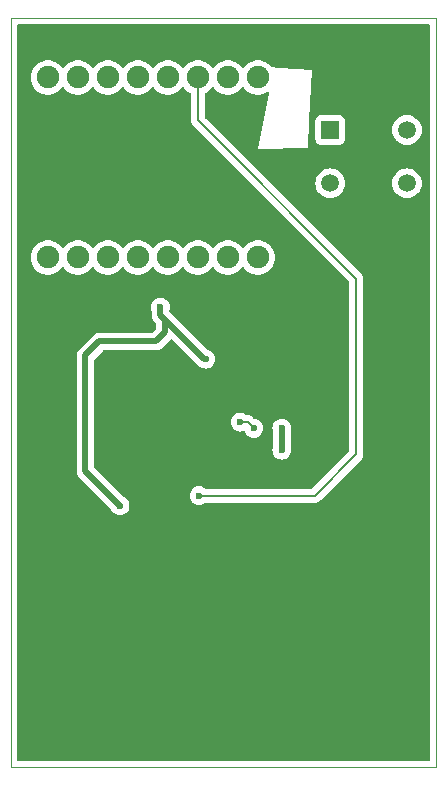
<source format=gbl>
%TF.GenerationSoftware,KiCad,Pcbnew,8.0.8*%
%TF.CreationDate,2025-05-01T15:14:52+05:30*%
%TF.ProjectId,smart_ringfinal,736d6172-745f-4726-996e-6766696e616c,rev?*%
%TF.SameCoordinates,Original*%
%TF.FileFunction,Copper,L2,Bot*%
%TF.FilePolarity,Positive*%
%FSLAX46Y46*%
G04 Gerber Fmt 4.6, Leading zero omitted, Abs format (unit mm)*
G04 Created by KiCad (PCBNEW 8.0.8) date 2025-05-01 15:14:52*
%MOMM*%
%LPD*%
G01*
G04 APERTURE LIST*
%TA.AperFunction,ComponentPad*%
%ADD10C,1.905000*%
%TD*%
%TA.AperFunction,ComponentPad*%
%ADD11R,1.498000X1.498000*%
%TD*%
%TA.AperFunction,ComponentPad*%
%ADD12C,1.498000*%
%TD*%
%TA.AperFunction,ViaPad*%
%ADD13C,0.600000*%
%TD*%
%TA.AperFunction,Conductor*%
%ADD14C,0.500000*%
%TD*%
%TA.AperFunction,Conductor*%
%ADD15C,0.200000*%
%TD*%
%TA.AperFunction,Profile*%
%ADD16C,0.050000*%
%TD*%
G04 APERTURE END LIST*
D10*
%TO.P,U1,0,GPIO0*%
%TO.N,unconnected-(U1-GPIO0-Pad0)*%
X126950000Y-122025000D03*
%TO.P,U1,1,GPIO1*%
%TO.N,unconnected-(U1-GPIO1-Pad1)*%
X124410000Y-122025000D03*
%TO.P,U1,2,GPIO2*%
%TO.N,Net-(U1-GPIO2)*%
X121870000Y-122025000D03*
%TO.P,U1,3,GPIO3*%
%TO.N,Net-(U1-GPIO3)*%
X119330000Y-122025000D03*
%TO.P,U1,3.3,3V3*%
%TO.N,3.3V*%
X114250000Y-122025000D03*
%TO.P,U1,4,GPIO4*%
%TO.N,unconnected-(U1-GPIO4-Pad4)*%
X116790000Y-122025000D03*
%TO.P,U1,5,GPIO5*%
%TO.N,unconnected-(U1-GPIO5-Pad5)*%
X109170000Y-137265000D03*
%TO.P,U1,5V,5V*%
%TO.N,unconnected-(U1-Pad5V)*%
X109170000Y-122025000D03*
%TO.P,U1,6,GPIO6*%
%TO.N,unconnected-(U1-GPIO6-Pad6)*%
X111710000Y-137265000D03*
%TO.P,U1,7,GPIO7*%
%TO.N,unconnected-(U1-GPIO7-Pad7)*%
X114250000Y-137265000D03*
%TO.P,U1,8,GPIO8*%
%TO.N,SDA*%
X116790000Y-137265000D03*
%TO.P,U1,9,GPIO9*%
%TO.N,SCL*%
X119330000Y-137265000D03*
%TO.P,U1,10,GPIO10*%
%TO.N,Net-(U1-GPIO10)*%
X121870000Y-137265000D03*
%TO.P,U1,20,GPIO20*%
%TO.N,unconnected-(U1-GPIO20-Pad20)*%
X124410000Y-137265000D03*
%TO.P,U1,21,GPIO21*%
%TO.N,unconnected-(U1-GPIO21-Pad21)*%
X126950000Y-137265000D03*
%TO.P,U1,G,GND*%
%TO.N,unconnected-(U1-GND-PadG)*%
X111710000Y-122025000D03*
%TD*%
D11*
%TO.P,S1,1*%
%TO.N,3.3V*%
X133075000Y-126475000D03*
D12*
%TO.P,S1,2*%
%TO.N,unconnected-(S1-Pad2)*%
X133075000Y-130975000D03*
%TO.P,S1,3*%
%TO.N,Net-(U1-GPIO3)*%
X139575000Y-126475000D03*
%TO.P,S1,4*%
%TO.N,Net-(R4-Pad1)*%
X139575000Y-130975000D03*
%TD*%
D13*
%TO.N,3.3V*%
X118700000Y-141475000D03*
X115275000Y-158275000D03*
X128975000Y-151725000D03*
X128975000Y-153575000D03*
X122550000Y-145875000D03*
%TO.N,GND*%
X117220000Y-159720000D03*
X119020000Y-151240000D03*
X130710000Y-149490000D03*
X124875000Y-146135000D03*
X114580000Y-159750000D03*
%TO.N,SDA*%
X125450735Y-151200735D03*
X126611765Y-151736765D03*
%TO.N,Net-(U1-GPIO2)*%
X121980000Y-157440000D03*
%TD*%
D14*
%TO.N,3.3V*%
X119112500Y-142562500D02*
X119112500Y-143612500D01*
X118700000Y-141475000D02*
X118700000Y-142150000D01*
X118350000Y-144375000D02*
X113525000Y-144375000D01*
X122425000Y-145875000D02*
X122550000Y-145875000D01*
X128975000Y-153575000D02*
X128975000Y-151725000D01*
X112350000Y-145550000D02*
X112350000Y-155350000D01*
X119112500Y-143612500D02*
X118350000Y-144375000D01*
X113525000Y-144375000D02*
X112350000Y-145550000D01*
X119112500Y-142562500D02*
X122425000Y-145875000D01*
X112350000Y-155350000D02*
X115275000Y-158275000D01*
X118700000Y-142150000D02*
X119112500Y-142562500D01*
%TO.N,GND*%
X117220000Y-159720000D02*
X116650000Y-159720000D01*
X114610000Y-159720000D02*
X114580000Y-159750000D01*
X116650000Y-159720000D02*
X116650000Y-162650000D01*
X116650000Y-162650000D02*
X116670000Y-162670000D01*
X116650000Y-159720000D02*
X114610000Y-159720000D01*
D15*
%TO.N,SDA*%
X126075735Y-151200735D02*
X126611765Y-151736765D01*
X125450735Y-151200735D02*
X126075735Y-151200735D01*
%TO.N,Net-(U1-GPIO2)*%
X135290000Y-139060000D02*
X121870000Y-125640000D01*
X121870000Y-125640000D02*
X121870000Y-122025000D01*
X121980000Y-157440000D02*
X131780000Y-157440000D01*
X135290000Y-153930000D02*
X135290000Y-139060000D01*
X131780000Y-157440000D02*
X135290000Y-153930000D01*
%TD*%
%TA.AperFunction,Conductor*%
%TO.N,GND*%
G36*
X141507539Y-117550185D02*
G01*
X141553294Y-117602989D01*
X141564500Y-117654500D01*
X141564500Y-179780500D01*
X141544815Y-179847539D01*
X141492011Y-179893294D01*
X141440500Y-179904500D01*
X106669500Y-179904500D01*
X106602461Y-179884815D01*
X106556706Y-179832011D01*
X106545500Y-179780500D01*
X106545500Y-155423920D01*
X111599499Y-155423920D01*
X111628340Y-155568907D01*
X111628343Y-155568917D01*
X111684914Y-155705492D01*
X111717812Y-155754727D01*
X111717813Y-155754730D01*
X111767046Y-155828414D01*
X111767052Y-155828421D01*
X114521692Y-158583059D01*
X114544358Y-158619125D01*
X114546188Y-158618244D01*
X114549209Y-158624518D01*
X114549211Y-158624522D01*
X114645184Y-158777262D01*
X114772738Y-158904816D01*
X114925478Y-159000789D01*
X115095745Y-159060368D01*
X115095750Y-159060369D01*
X115274996Y-159080565D01*
X115275000Y-159080565D01*
X115275004Y-159080565D01*
X115454249Y-159060369D01*
X115454252Y-159060368D01*
X115454255Y-159060368D01*
X115624522Y-159000789D01*
X115777262Y-158904816D01*
X115904816Y-158777262D01*
X116000789Y-158624522D01*
X116060368Y-158454255D01*
X116080565Y-158275000D01*
X116060368Y-158095745D01*
X116000789Y-157925478D01*
X115997672Y-157920518D01*
X115927422Y-157808716D01*
X115904816Y-157772738D01*
X115777262Y-157645184D01*
X115624522Y-157549211D01*
X115624518Y-157549209D01*
X115618244Y-157546188D01*
X115619125Y-157544358D01*
X115583059Y-157521692D01*
X113136819Y-155075451D01*
X113103334Y-155014128D01*
X113100500Y-154987770D01*
X113100500Y-151200731D01*
X124645170Y-151200731D01*
X124645170Y-151200738D01*
X124665365Y-151379984D01*
X124665366Y-151379989D01*
X124724946Y-151550258D01*
X124820919Y-151702997D01*
X124948473Y-151830551D01*
X125038815Y-151887317D01*
X125065770Y-151904254D01*
X125101213Y-151926524D01*
X125181510Y-151954621D01*
X125271480Y-151986103D01*
X125271485Y-151986104D01*
X125450731Y-152006300D01*
X125450735Y-152006300D01*
X125450739Y-152006300D01*
X125629984Y-151986104D01*
X125629986Y-151986103D01*
X125629990Y-151986103D01*
X125709778Y-151958183D01*
X125779555Y-151954621D01*
X125840182Y-151989349D01*
X125867773Y-152034270D01*
X125885973Y-152086284D01*
X125981949Y-152239027D01*
X126109503Y-152366581D01*
X126262243Y-152462554D01*
X126432510Y-152522133D01*
X126432515Y-152522134D01*
X126611761Y-152542330D01*
X126611765Y-152542330D01*
X126611769Y-152542330D01*
X126791014Y-152522134D01*
X126791017Y-152522133D01*
X126791020Y-152522133D01*
X126961287Y-152462554D01*
X127114027Y-152366581D01*
X127241581Y-152239027D01*
X127337554Y-152086287D01*
X127397133Y-151916020D01*
X127398459Y-151904254D01*
X127417330Y-151736768D01*
X127417330Y-151736761D01*
X127416004Y-151724996D01*
X128169435Y-151724996D01*
X128169435Y-151725003D01*
X128189630Y-151904249D01*
X128189631Y-151904254D01*
X128217542Y-151984017D01*
X128224500Y-152024972D01*
X128224500Y-153275028D01*
X128217542Y-153315982D01*
X128189631Y-153395747D01*
X128169435Y-153574996D01*
X128169435Y-153575003D01*
X128189630Y-153754249D01*
X128189631Y-153754254D01*
X128249211Y-153924523D01*
X128302328Y-154009057D01*
X128345184Y-154077262D01*
X128472738Y-154204816D01*
X128563080Y-154261582D01*
X128622178Y-154298716D01*
X128625478Y-154300789D01*
X128795745Y-154360368D01*
X128795750Y-154360369D01*
X128974996Y-154380565D01*
X128975000Y-154380565D01*
X128975004Y-154380565D01*
X129154249Y-154360369D01*
X129154252Y-154360368D01*
X129154255Y-154360368D01*
X129324522Y-154300789D01*
X129477262Y-154204816D01*
X129604816Y-154077262D01*
X129700789Y-153924522D01*
X129760368Y-153754255D01*
X129780565Y-153575000D01*
X129760368Y-153395745D01*
X129732458Y-153315982D01*
X129725500Y-153275028D01*
X129725500Y-152024972D01*
X129732458Y-151984017D01*
X129742744Y-151954621D01*
X129760368Y-151904255D01*
X129760369Y-151904249D01*
X129780565Y-151725003D01*
X129780565Y-151724996D01*
X129760369Y-151545750D01*
X129760368Y-151545745D01*
X129700789Y-151375478D01*
X129604816Y-151222738D01*
X129477262Y-151095184D01*
X129324523Y-150999211D01*
X129154254Y-150939631D01*
X129154249Y-150939630D01*
X128975004Y-150919435D01*
X128974996Y-150919435D01*
X128795750Y-150939630D01*
X128795745Y-150939631D01*
X128625476Y-150999211D01*
X128472737Y-151095184D01*
X128345184Y-151222737D01*
X128249211Y-151375476D01*
X128189631Y-151545745D01*
X128189630Y-151545750D01*
X128169435Y-151724996D01*
X127416004Y-151724996D01*
X127397134Y-151557515D01*
X127397133Y-151557510D01*
X127337553Y-151387241D01*
X127241580Y-151234502D01*
X127114027Y-151106949D01*
X126961286Y-151010975D01*
X126791014Y-150951395D01*
X126704095Y-150941602D01*
X126639681Y-150914535D01*
X126630298Y-150906063D01*
X126563325Y-150839090D01*
X126563323Y-150839087D01*
X126444452Y-150720216D01*
X126444444Y-150720210D01*
X126342671Y-150661452D01*
X126342669Y-150661451D01*
X126307525Y-150641160D01*
X126307524Y-150641159D01*
X126294998Y-150637802D01*
X126154792Y-150600234D01*
X126033146Y-150600234D01*
X125966107Y-150580549D01*
X125955832Y-150573180D01*
X125952997Y-150570919D01*
X125800258Y-150474946D01*
X125629989Y-150415366D01*
X125629984Y-150415365D01*
X125450739Y-150395170D01*
X125450731Y-150395170D01*
X125271485Y-150415365D01*
X125271480Y-150415366D01*
X125101211Y-150474946D01*
X124948472Y-150570919D01*
X124820919Y-150698472D01*
X124724946Y-150851211D01*
X124665366Y-151021480D01*
X124665365Y-151021485D01*
X124645170Y-151200731D01*
X113100500Y-151200731D01*
X113100500Y-145912230D01*
X113120185Y-145845191D01*
X113136819Y-145824549D01*
X113799549Y-145161819D01*
X113860872Y-145128334D01*
X113887230Y-145125500D01*
X118423920Y-145125500D01*
X118521462Y-145106096D01*
X118568913Y-145096658D01*
X118705495Y-145040084D01*
X118754729Y-145007186D01*
X118828416Y-144957952D01*
X119549819Y-144236547D01*
X119611142Y-144203063D01*
X119680833Y-144208047D01*
X119725181Y-144236548D01*
X121946580Y-146457948D01*
X121946584Y-146457951D01*
X122069498Y-146540080D01*
X122069511Y-146540087D01*
X122160670Y-146577846D01*
X122179186Y-146587410D01*
X122200478Y-146600789D01*
X122200479Y-146600789D01*
X122200482Y-146600791D01*
X122370737Y-146660366D01*
X122370743Y-146660367D01*
X122370745Y-146660368D01*
X122370746Y-146660368D01*
X122370750Y-146660369D01*
X122549996Y-146680565D01*
X122550000Y-146680565D01*
X122550004Y-146680565D01*
X122729249Y-146660369D01*
X122729252Y-146660368D01*
X122729255Y-146660368D01*
X122899522Y-146600789D01*
X123052262Y-146504816D01*
X123179816Y-146377262D01*
X123275789Y-146224522D01*
X123335368Y-146054255D01*
X123335369Y-146054249D01*
X123355565Y-145875003D01*
X123355565Y-145874996D01*
X123335369Y-145695750D01*
X123335368Y-145695745D01*
X123275788Y-145525476D01*
X123179815Y-145372737D01*
X123052262Y-145245184D01*
X122899521Y-145149210D01*
X122820437Y-145121538D01*
X122729255Y-145089632D01*
X122729251Y-145089631D01*
X122729250Y-145089631D01*
X122727459Y-145089222D01*
X122726385Y-145088628D01*
X122722683Y-145087333D01*
X122722903Y-145086703D01*
X122667381Y-145056014D01*
X119586602Y-141975233D01*
X119586579Y-141975212D01*
X119486818Y-141875450D01*
X119453334Y-141814126D01*
X119450500Y-141787769D01*
X119450500Y-141774972D01*
X119457458Y-141734017D01*
X119485368Y-141654254D01*
X119485369Y-141654249D01*
X119505565Y-141475003D01*
X119505565Y-141474996D01*
X119485369Y-141295750D01*
X119485368Y-141295745D01*
X119425788Y-141125476D01*
X119329815Y-140972737D01*
X119202262Y-140845184D01*
X119049523Y-140749211D01*
X118879254Y-140689631D01*
X118879249Y-140689630D01*
X118700004Y-140669435D01*
X118699996Y-140669435D01*
X118520750Y-140689630D01*
X118520745Y-140689631D01*
X118350476Y-140749211D01*
X118197737Y-140845184D01*
X118070184Y-140972737D01*
X117974211Y-141125476D01*
X117914631Y-141295745D01*
X117914630Y-141295750D01*
X117894435Y-141474996D01*
X117894435Y-141475003D01*
X117914630Y-141654249D01*
X117914631Y-141654254D01*
X117942542Y-141734017D01*
X117949500Y-141774972D01*
X117949500Y-142223918D01*
X117949500Y-142223920D01*
X117949499Y-142223920D01*
X117978340Y-142368907D01*
X117978343Y-142368917D01*
X118034914Y-142505492D01*
X118067812Y-142554727D01*
X118067813Y-142554730D01*
X118117046Y-142628414D01*
X118117047Y-142628415D01*
X118117048Y-142628416D01*
X118325682Y-142837049D01*
X118359166Y-142898370D01*
X118362000Y-142924729D01*
X118362000Y-143250270D01*
X118342315Y-143317309D01*
X118325681Y-143337951D01*
X118075451Y-143588181D01*
X118014128Y-143621666D01*
X117987770Y-143624500D01*
X113451080Y-143624500D01*
X113306092Y-143653340D01*
X113306086Y-143653342D01*
X113169508Y-143709914D01*
X113169496Y-143709921D01*
X113120269Y-143742813D01*
X113046588Y-143792044D01*
X113046580Y-143792050D01*
X111767050Y-145071580D01*
X111767044Y-145071588D01*
X111717812Y-145145268D01*
X111717813Y-145145269D01*
X111684921Y-145194496D01*
X111684914Y-145194508D01*
X111628342Y-145331086D01*
X111628340Y-145331092D01*
X111599500Y-145476079D01*
X111599500Y-145476082D01*
X111599500Y-155423918D01*
X111599500Y-155423920D01*
X111599499Y-155423920D01*
X106545500Y-155423920D01*
X106545500Y-137264994D01*
X107712020Y-137264994D01*
X107712020Y-137265005D01*
X107731904Y-137504972D01*
X107731904Y-137504975D01*
X107731905Y-137504976D01*
X107791017Y-137738405D01*
X107887745Y-137958922D01*
X108019449Y-138160510D01*
X108182537Y-138337671D01*
X108372561Y-138485572D01*
X108584336Y-138600179D01*
X108702598Y-138640778D01*
X108812083Y-138678365D01*
X108812085Y-138678365D01*
X108812087Y-138678366D01*
X109049601Y-138718000D01*
X109049602Y-138718000D01*
X109290398Y-138718000D01*
X109290399Y-138718000D01*
X109527913Y-138678366D01*
X109755664Y-138600179D01*
X109967439Y-138485572D01*
X110157463Y-138337671D01*
X110320551Y-138160510D01*
X110336190Y-138136571D01*
X110389336Y-138091214D01*
X110458567Y-138081790D01*
X110521904Y-138111291D01*
X110543808Y-138136570D01*
X110559449Y-138160510D01*
X110722537Y-138337671D01*
X110912561Y-138485572D01*
X111124336Y-138600179D01*
X111242598Y-138640778D01*
X111352083Y-138678365D01*
X111352085Y-138678365D01*
X111352087Y-138678366D01*
X111589601Y-138718000D01*
X111589602Y-138718000D01*
X111830398Y-138718000D01*
X111830399Y-138718000D01*
X112067913Y-138678366D01*
X112295664Y-138600179D01*
X112507439Y-138485572D01*
X112697463Y-138337671D01*
X112860551Y-138160510D01*
X112876190Y-138136571D01*
X112929336Y-138091214D01*
X112998567Y-138081790D01*
X113061904Y-138111291D01*
X113083808Y-138136570D01*
X113099449Y-138160510D01*
X113262537Y-138337671D01*
X113452561Y-138485572D01*
X113664336Y-138600179D01*
X113782598Y-138640778D01*
X113892083Y-138678365D01*
X113892085Y-138678365D01*
X113892087Y-138678366D01*
X114129601Y-138718000D01*
X114129602Y-138718000D01*
X114370398Y-138718000D01*
X114370399Y-138718000D01*
X114607913Y-138678366D01*
X114835664Y-138600179D01*
X115047439Y-138485572D01*
X115237463Y-138337671D01*
X115400551Y-138160510D01*
X115416190Y-138136571D01*
X115469336Y-138091214D01*
X115538567Y-138081790D01*
X115601904Y-138111291D01*
X115623808Y-138136570D01*
X115639449Y-138160510D01*
X115802537Y-138337671D01*
X115992561Y-138485572D01*
X116204336Y-138600179D01*
X116322598Y-138640778D01*
X116432083Y-138678365D01*
X116432085Y-138678365D01*
X116432087Y-138678366D01*
X116669601Y-138718000D01*
X116669602Y-138718000D01*
X116910398Y-138718000D01*
X116910399Y-138718000D01*
X117147913Y-138678366D01*
X117375664Y-138600179D01*
X117587439Y-138485572D01*
X117777463Y-138337671D01*
X117940551Y-138160510D01*
X117956190Y-138136571D01*
X118009336Y-138091214D01*
X118078567Y-138081790D01*
X118141904Y-138111291D01*
X118163808Y-138136570D01*
X118179449Y-138160510D01*
X118342537Y-138337671D01*
X118532561Y-138485572D01*
X118744336Y-138600179D01*
X118862598Y-138640778D01*
X118972083Y-138678365D01*
X118972085Y-138678365D01*
X118972087Y-138678366D01*
X119209601Y-138718000D01*
X119209602Y-138718000D01*
X119450398Y-138718000D01*
X119450399Y-138718000D01*
X119687913Y-138678366D01*
X119915664Y-138600179D01*
X120127439Y-138485572D01*
X120317463Y-138337671D01*
X120480551Y-138160510D01*
X120496190Y-138136571D01*
X120549336Y-138091214D01*
X120618567Y-138081790D01*
X120681904Y-138111291D01*
X120703808Y-138136570D01*
X120719449Y-138160510D01*
X120882537Y-138337671D01*
X121072561Y-138485572D01*
X121284336Y-138600179D01*
X121402598Y-138640778D01*
X121512083Y-138678365D01*
X121512085Y-138678365D01*
X121512087Y-138678366D01*
X121749601Y-138718000D01*
X121749602Y-138718000D01*
X121990398Y-138718000D01*
X121990399Y-138718000D01*
X122227913Y-138678366D01*
X122455664Y-138600179D01*
X122667439Y-138485572D01*
X122857463Y-138337671D01*
X123020551Y-138160510D01*
X123036190Y-138136571D01*
X123089336Y-138091214D01*
X123158567Y-138081790D01*
X123221904Y-138111291D01*
X123243808Y-138136570D01*
X123259449Y-138160510D01*
X123422537Y-138337671D01*
X123612561Y-138485572D01*
X123824336Y-138600179D01*
X123942598Y-138640778D01*
X124052083Y-138678365D01*
X124052085Y-138678365D01*
X124052087Y-138678366D01*
X124289601Y-138718000D01*
X124289602Y-138718000D01*
X124530398Y-138718000D01*
X124530399Y-138718000D01*
X124767913Y-138678366D01*
X124995664Y-138600179D01*
X125207439Y-138485572D01*
X125397463Y-138337671D01*
X125560551Y-138160510D01*
X125576190Y-138136571D01*
X125629336Y-138091214D01*
X125698567Y-138081790D01*
X125761904Y-138111291D01*
X125783808Y-138136570D01*
X125799449Y-138160510D01*
X125962537Y-138337671D01*
X126152561Y-138485572D01*
X126364336Y-138600179D01*
X126482598Y-138640778D01*
X126592083Y-138678365D01*
X126592085Y-138678365D01*
X126592087Y-138678366D01*
X126829601Y-138718000D01*
X126829602Y-138718000D01*
X127070398Y-138718000D01*
X127070399Y-138718000D01*
X127307913Y-138678366D01*
X127535664Y-138600179D01*
X127747439Y-138485572D01*
X127937463Y-138337671D01*
X128100551Y-138160510D01*
X128232255Y-137958922D01*
X128328983Y-137738405D01*
X128388095Y-137504976D01*
X128407980Y-137265000D01*
X128388095Y-137025024D01*
X128328983Y-136791595D01*
X128232255Y-136571078D01*
X128100551Y-136369490D01*
X127937463Y-136192329D01*
X127803358Y-136087951D01*
X127747441Y-136044429D01*
X127535665Y-135929821D01*
X127535656Y-135929818D01*
X127307916Y-135851634D01*
X127129777Y-135821908D01*
X127070399Y-135812000D01*
X126829601Y-135812000D01*
X126782098Y-135819926D01*
X126592083Y-135851634D01*
X126364343Y-135929818D01*
X126364334Y-135929821D01*
X126152558Y-136044429D01*
X126018456Y-136148805D01*
X125962537Y-136192329D01*
X125799449Y-136369490D01*
X125783808Y-136393431D01*
X125730661Y-136438787D01*
X125661430Y-136448210D01*
X125598094Y-136418707D01*
X125576192Y-136393431D01*
X125560551Y-136369490D01*
X125397463Y-136192329D01*
X125263358Y-136087951D01*
X125207441Y-136044429D01*
X124995665Y-135929821D01*
X124995656Y-135929818D01*
X124767916Y-135851634D01*
X124589777Y-135821908D01*
X124530399Y-135812000D01*
X124289601Y-135812000D01*
X124242098Y-135819926D01*
X124052083Y-135851634D01*
X123824343Y-135929818D01*
X123824334Y-135929821D01*
X123612558Y-136044429D01*
X123478456Y-136148805D01*
X123422537Y-136192329D01*
X123259449Y-136369490D01*
X123243808Y-136393431D01*
X123190661Y-136438787D01*
X123121430Y-136448210D01*
X123058094Y-136418707D01*
X123036192Y-136393431D01*
X123020551Y-136369490D01*
X122857463Y-136192329D01*
X122723358Y-136087951D01*
X122667441Y-136044429D01*
X122455665Y-135929821D01*
X122455656Y-135929818D01*
X122227916Y-135851634D01*
X122049777Y-135821908D01*
X121990399Y-135812000D01*
X121749601Y-135812000D01*
X121702098Y-135819926D01*
X121512083Y-135851634D01*
X121284343Y-135929818D01*
X121284334Y-135929821D01*
X121072558Y-136044429D01*
X120938456Y-136148805D01*
X120882537Y-136192329D01*
X120719449Y-136369490D01*
X120703808Y-136393431D01*
X120650661Y-136438787D01*
X120581430Y-136448210D01*
X120518094Y-136418707D01*
X120496192Y-136393431D01*
X120480551Y-136369490D01*
X120317463Y-136192329D01*
X120183358Y-136087951D01*
X120127441Y-136044429D01*
X119915665Y-135929821D01*
X119915656Y-135929818D01*
X119687916Y-135851634D01*
X119509777Y-135821908D01*
X119450399Y-135812000D01*
X119209601Y-135812000D01*
X119162098Y-135819926D01*
X118972083Y-135851634D01*
X118744343Y-135929818D01*
X118744334Y-135929821D01*
X118532558Y-136044429D01*
X118398456Y-136148805D01*
X118342537Y-136192329D01*
X118179449Y-136369490D01*
X118163808Y-136393431D01*
X118110661Y-136438787D01*
X118041430Y-136448210D01*
X117978094Y-136418707D01*
X117956192Y-136393431D01*
X117940551Y-136369490D01*
X117777463Y-136192329D01*
X117643358Y-136087951D01*
X117587441Y-136044429D01*
X117375665Y-135929821D01*
X117375656Y-135929818D01*
X117147916Y-135851634D01*
X116969777Y-135821908D01*
X116910399Y-135812000D01*
X116669601Y-135812000D01*
X116622098Y-135819926D01*
X116432083Y-135851634D01*
X116204343Y-135929818D01*
X116204334Y-135929821D01*
X115992558Y-136044429D01*
X115858456Y-136148805D01*
X115802537Y-136192329D01*
X115639449Y-136369490D01*
X115623808Y-136393431D01*
X115570661Y-136438787D01*
X115501430Y-136448210D01*
X115438094Y-136418707D01*
X115416192Y-136393431D01*
X115400551Y-136369490D01*
X115237463Y-136192329D01*
X115103358Y-136087951D01*
X115047441Y-136044429D01*
X114835665Y-135929821D01*
X114835656Y-135929818D01*
X114607916Y-135851634D01*
X114429777Y-135821908D01*
X114370399Y-135812000D01*
X114129601Y-135812000D01*
X114082098Y-135819926D01*
X113892083Y-135851634D01*
X113664343Y-135929818D01*
X113664334Y-135929821D01*
X113452558Y-136044429D01*
X113318456Y-136148805D01*
X113262537Y-136192329D01*
X113099449Y-136369490D01*
X113083808Y-136393431D01*
X113030661Y-136438787D01*
X112961430Y-136448210D01*
X112898094Y-136418707D01*
X112876192Y-136393431D01*
X112860551Y-136369490D01*
X112697463Y-136192329D01*
X112563358Y-136087951D01*
X112507441Y-136044429D01*
X112295665Y-135929821D01*
X112295656Y-135929818D01*
X112067916Y-135851634D01*
X111889777Y-135821908D01*
X111830399Y-135812000D01*
X111589601Y-135812000D01*
X111542098Y-135819926D01*
X111352083Y-135851634D01*
X111124343Y-135929818D01*
X111124334Y-135929821D01*
X110912558Y-136044429D01*
X110778456Y-136148805D01*
X110722537Y-136192329D01*
X110559449Y-136369490D01*
X110543808Y-136393431D01*
X110490661Y-136438787D01*
X110421430Y-136448210D01*
X110358094Y-136418707D01*
X110336192Y-136393431D01*
X110320551Y-136369490D01*
X110157463Y-136192329D01*
X110023358Y-136087951D01*
X109967441Y-136044429D01*
X109755665Y-135929821D01*
X109755656Y-135929818D01*
X109527916Y-135851634D01*
X109349777Y-135821908D01*
X109290399Y-135812000D01*
X109049601Y-135812000D01*
X109002098Y-135819926D01*
X108812083Y-135851634D01*
X108584343Y-135929818D01*
X108584334Y-135929821D01*
X108372558Y-136044429D01*
X108238456Y-136148805D01*
X108182537Y-136192329D01*
X108182534Y-136192331D01*
X108182534Y-136192332D01*
X108019449Y-136369490D01*
X107887743Y-136571081D01*
X107791017Y-136791594D01*
X107731904Y-137025027D01*
X107712020Y-137264994D01*
X106545500Y-137264994D01*
X106545500Y-122024994D01*
X107712020Y-122024994D01*
X107712020Y-122025005D01*
X107731904Y-122264972D01*
X107731904Y-122264975D01*
X107731905Y-122264976D01*
X107791017Y-122498405D01*
X107887745Y-122718922D01*
X108019449Y-122920510D01*
X108182537Y-123097671D01*
X108372561Y-123245572D01*
X108504517Y-123316983D01*
X108582155Y-123358999D01*
X108584336Y-123360179D01*
X108680820Y-123393302D01*
X108812083Y-123438365D01*
X108812085Y-123438365D01*
X108812087Y-123438366D01*
X109049601Y-123478000D01*
X109049602Y-123478000D01*
X109290398Y-123478000D01*
X109290399Y-123478000D01*
X109527913Y-123438366D01*
X109755664Y-123360179D01*
X109967439Y-123245572D01*
X110157463Y-123097671D01*
X110320551Y-122920510D01*
X110336190Y-122896571D01*
X110389336Y-122851214D01*
X110458567Y-122841790D01*
X110521904Y-122871291D01*
X110543808Y-122896570D01*
X110559449Y-122920510D01*
X110722537Y-123097671D01*
X110912561Y-123245572D01*
X111044517Y-123316983D01*
X111122155Y-123358999D01*
X111124336Y-123360179D01*
X111220820Y-123393302D01*
X111352083Y-123438365D01*
X111352085Y-123438365D01*
X111352087Y-123438366D01*
X111589601Y-123478000D01*
X111589602Y-123478000D01*
X111830398Y-123478000D01*
X111830399Y-123478000D01*
X112067913Y-123438366D01*
X112295664Y-123360179D01*
X112507439Y-123245572D01*
X112697463Y-123097671D01*
X112860551Y-122920510D01*
X112876190Y-122896571D01*
X112929336Y-122851214D01*
X112998567Y-122841790D01*
X113061904Y-122871291D01*
X113083808Y-122896570D01*
X113099449Y-122920510D01*
X113262537Y-123097671D01*
X113452561Y-123245572D01*
X113584517Y-123316983D01*
X113662155Y-123358999D01*
X113664336Y-123360179D01*
X113760820Y-123393302D01*
X113892083Y-123438365D01*
X113892085Y-123438365D01*
X113892087Y-123438366D01*
X114129601Y-123478000D01*
X114129602Y-123478000D01*
X114370398Y-123478000D01*
X114370399Y-123478000D01*
X114607913Y-123438366D01*
X114835664Y-123360179D01*
X115047439Y-123245572D01*
X115237463Y-123097671D01*
X115400551Y-122920510D01*
X115416190Y-122896571D01*
X115469336Y-122851214D01*
X115538567Y-122841790D01*
X115601904Y-122871291D01*
X115623808Y-122896570D01*
X115639449Y-122920510D01*
X115802537Y-123097671D01*
X115992561Y-123245572D01*
X116124517Y-123316983D01*
X116202155Y-123358999D01*
X116204336Y-123360179D01*
X116300820Y-123393302D01*
X116432083Y-123438365D01*
X116432085Y-123438365D01*
X116432087Y-123438366D01*
X116669601Y-123478000D01*
X116669602Y-123478000D01*
X116910398Y-123478000D01*
X116910399Y-123478000D01*
X117147913Y-123438366D01*
X117375664Y-123360179D01*
X117587439Y-123245572D01*
X117777463Y-123097671D01*
X117940551Y-122920510D01*
X117956190Y-122896571D01*
X118009336Y-122851214D01*
X118078567Y-122841790D01*
X118141904Y-122871291D01*
X118163808Y-122896570D01*
X118179449Y-122920510D01*
X118342537Y-123097671D01*
X118532561Y-123245572D01*
X118664517Y-123316983D01*
X118742155Y-123358999D01*
X118744336Y-123360179D01*
X118840820Y-123393302D01*
X118972083Y-123438365D01*
X118972085Y-123438365D01*
X118972087Y-123438366D01*
X119209601Y-123478000D01*
X119209602Y-123478000D01*
X119450398Y-123478000D01*
X119450399Y-123478000D01*
X119687913Y-123438366D01*
X119915664Y-123360179D01*
X120127439Y-123245572D01*
X120317463Y-123097671D01*
X120480551Y-122920510D01*
X120496190Y-122896571D01*
X120549336Y-122851214D01*
X120618567Y-122841790D01*
X120681904Y-122871291D01*
X120703808Y-122896570D01*
X120719449Y-122920510D01*
X120882537Y-123097671D01*
X121038908Y-123219379D01*
X121072558Y-123245570D01*
X121072563Y-123245573D01*
X121204517Y-123316983D01*
X121254108Y-123366202D01*
X121269500Y-123426038D01*
X121269500Y-125553330D01*
X121269499Y-125553348D01*
X121269499Y-125719054D01*
X121269498Y-125719054D01*
X121310423Y-125871785D01*
X121339358Y-125921900D01*
X121339359Y-125921904D01*
X121339360Y-125921904D01*
X121389479Y-126008714D01*
X121389481Y-126008717D01*
X121508349Y-126127585D01*
X121508355Y-126127590D01*
X134653181Y-139272416D01*
X134686666Y-139333739D01*
X134689500Y-139360097D01*
X134689500Y-153629902D01*
X134669815Y-153696941D01*
X134653181Y-153717583D01*
X131567584Y-156803181D01*
X131506261Y-156836666D01*
X131479903Y-156839500D01*
X122562412Y-156839500D01*
X122495373Y-156819815D01*
X122485097Y-156812445D01*
X122482263Y-156810185D01*
X122482262Y-156810184D01*
X122425496Y-156774515D01*
X122329523Y-156714211D01*
X122159254Y-156654631D01*
X122159249Y-156654630D01*
X121980004Y-156634435D01*
X121979996Y-156634435D01*
X121800750Y-156654630D01*
X121800745Y-156654631D01*
X121630476Y-156714211D01*
X121477737Y-156810184D01*
X121350184Y-156937737D01*
X121254211Y-157090476D01*
X121194631Y-157260745D01*
X121194630Y-157260750D01*
X121174435Y-157439996D01*
X121174435Y-157440003D01*
X121194630Y-157619249D01*
X121194631Y-157619254D01*
X121254211Y-157789523D01*
X121336524Y-157920522D01*
X121350184Y-157942262D01*
X121477738Y-158069816D01*
X121630478Y-158165789D01*
X121800745Y-158225368D01*
X121800750Y-158225369D01*
X121979996Y-158245565D01*
X121980000Y-158245565D01*
X121980004Y-158245565D01*
X122159249Y-158225369D01*
X122159252Y-158225368D01*
X122159255Y-158225368D01*
X122329522Y-158165789D01*
X122482262Y-158069816D01*
X122482267Y-158069810D01*
X122485097Y-158067555D01*
X122487275Y-158066665D01*
X122488158Y-158066111D01*
X122488255Y-158066265D01*
X122549783Y-158041145D01*
X122562412Y-158040500D01*
X131693331Y-158040500D01*
X131693347Y-158040501D01*
X131700943Y-158040501D01*
X131859054Y-158040501D01*
X131859057Y-158040501D01*
X132011785Y-157999577D01*
X132062187Y-157970477D01*
X132148716Y-157920520D01*
X132260520Y-157808716D01*
X132260520Y-157808714D01*
X132270724Y-157798511D01*
X132270727Y-157798506D01*
X135770520Y-154298716D01*
X135849577Y-154161784D01*
X135890501Y-154009057D01*
X135890501Y-153850942D01*
X135890501Y-153843347D01*
X135890500Y-153843329D01*
X135890500Y-139149059D01*
X135890501Y-139149046D01*
X135890501Y-138980945D01*
X135890501Y-138980943D01*
X135849577Y-138828215D01*
X135785944Y-138718000D01*
X135770520Y-138691284D01*
X135658716Y-138579480D01*
X135658715Y-138579479D01*
X135654385Y-138575149D01*
X135654374Y-138575139D01*
X128054233Y-130974998D01*
X131820727Y-130974998D01*
X131820727Y-130975001D01*
X131839781Y-131192796D01*
X131839783Y-131192807D01*
X131896366Y-131403979D01*
X131896368Y-131403983D01*
X131896369Y-131403987D01*
X131988768Y-131602137D01*
X131988770Y-131602141D01*
X132114167Y-131781226D01*
X132114172Y-131781232D01*
X132268767Y-131935827D01*
X132268773Y-131935832D01*
X132447858Y-132061229D01*
X132447860Y-132061230D01*
X132447863Y-132061232D01*
X132646013Y-132153631D01*
X132857198Y-132210218D01*
X133012770Y-132223828D01*
X133074998Y-132229273D01*
X133075000Y-132229273D01*
X133075002Y-132229273D01*
X133129450Y-132224509D01*
X133292802Y-132210218D01*
X133503987Y-132153631D01*
X133702137Y-132061232D01*
X133881231Y-131935829D01*
X134035829Y-131781231D01*
X134161232Y-131602137D01*
X134253631Y-131403987D01*
X134310218Y-131192802D01*
X134329273Y-130975000D01*
X134329273Y-130974998D01*
X138320727Y-130974998D01*
X138320727Y-130975001D01*
X138339781Y-131192796D01*
X138339783Y-131192807D01*
X138396366Y-131403979D01*
X138396368Y-131403983D01*
X138396369Y-131403987D01*
X138488768Y-131602137D01*
X138488770Y-131602141D01*
X138614167Y-131781226D01*
X138614172Y-131781232D01*
X138768767Y-131935827D01*
X138768773Y-131935832D01*
X138947858Y-132061229D01*
X138947860Y-132061230D01*
X138947863Y-132061232D01*
X139146013Y-132153631D01*
X139357198Y-132210218D01*
X139512770Y-132223828D01*
X139574998Y-132229273D01*
X139575000Y-132229273D01*
X139575002Y-132229273D01*
X139629450Y-132224509D01*
X139792802Y-132210218D01*
X140003987Y-132153631D01*
X140202137Y-132061232D01*
X140381231Y-131935829D01*
X140535829Y-131781231D01*
X140661232Y-131602137D01*
X140753631Y-131403987D01*
X140810218Y-131192802D01*
X140829273Y-130975000D01*
X140810218Y-130757198D01*
X140753631Y-130546013D01*
X140661232Y-130347864D01*
X140535829Y-130168769D01*
X140381231Y-130014171D01*
X140381227Y-130014168D01*
X140381226Y-130014167D01*
X140202141Y-129888770D01*
X140202137Y-129888768D01*
X140202133Y-129888766D01*
X140003987Y-129796369D01*
X140003983Y-129796368D01*
X140003979Y-129796366D01*
X139792807Y-129739783D01*
X139792803Y-129739782D01*
X139792802Y-129739782D01*
X139792801Y-129739781D01*
X139792796Y-129739781D01*
X139575002Y-129720727D01*
X139574998Y-129720727D01*
X139357203Y-129739781D01*
X139357192Y-129739783D01*
X139146020Y-129796366D01*
X139146011Y-129796370D01*
X138947866Y-129888766D01*
X138768766Y-130014172D01*
X138614172Y-130168766D01*
X138488766Y-130347866D01*
X138396370Y-130546011D01*
X138396366Y-130546020D01*
X138339783Y-130757192D01*
X138339781Y-130757203D01*
X138320727Y-130974998D01*
X134329273Y-130974998D01*
X134310218Y-130757198D01*
X134253631Y-130546013D01*
X134161232Y-130347864D01*
X134035829Y-130168769D01*
X133881231Y-130014171D01*
X133881227Y-130014168D01*
X133881226Y-130014167D01*
X133702141Y-129888770D01*
X133702137Y-129888768D01*
X133702133Y-129888766D01*
X133503987Y-129796369D01*
X133503983Y-129796368D01*
X133503979Y-129796366D01*
X133292807Y-129739783D01*
X133292803Y-129739782D01*
X133292802Y-129739782D01*
X133292801Y-129739781D01*
X133292796Y-129739781D01*
X133075002Y-129720727D01*
X133074998Y-129720727D01*
X132857203Y-129739781D01*
X132857192Y-129739783D01*
X132646020Y-129796366D01*
X132646011Y-129796370D01*
X132447866Y-129888766D01*
X132268766Y-130014172D01*
X132114172Y-130168766D01*
X131988766Y-130347866D01*
X131896370Y-130546011D01*
X131896366Y-130546020D01*
X131839783Y-130757192D01*
X131839781Y-130757203D01*
X131820727Y-130974998D01*
X128054233Y-130974998D01*
X122506819Y-125427584D01*
X122473334Y-125366261D01*
X122470500Y-125339903D01*
X122470500Y-123426038D01*
X122490185Y-123358999D01*
X122535483Y-123316983D01*
X122540008Y-123314533D01*
X122667439Y-123245572D01*
X122857463Y-123097671D01*
X123020551Y-122920510D01*
X123036190Y-122896571D01*
X123089336Y-122851214D01*
X123158567Y-122841790D01*
X123221904Y-122871291D01*
X123243808Y-122896570D01*
X123259449Y-122920510D01*
X123422537Y-123097671D01*
X123612561Y-123245572D01*
X123744517Y-123316983D01*
X123822155Y-123358999D01*
X123824336Y-123360179D01*
X123920820Y-123393302D01*
X124052083Y-123438365D01*
X124052085Y-123438365D01*
X124052087Y-123438366D01*
X124289601Y-123478000D01*
X124289602Y-123478000D01*
X124530398Y-123478000D01*
X124530399Y-123478000D01*
X124767913Y-123438366D01*
X124995664Y-123360179D01*
X125207439Y-123245572D01*
X125397463Y-123097671D01*
X125560551Y-122920510D01*
X125576190Y-122896571D01*
X125629336Y-122851214D01*
X125698567Y-122841790D01*
X125761904Y-122871291D01*
X125783808Y-122896570D01*
X125799449Y-122920510D01*
X125962537Y-123097671D01*
X126152561Y-123245572D01*
X126284517Y-123316983D01*
X126362155Y-123358999D01*
X126364336Y-123360179D01*
X126460820Y-123393302D01*
X126592083Y-123438365D01*
X126592085Y-123438365D01*
X126592087Y-123438366D01*
X126829601Y-123478000D01*
X126829602Y-123478000D01*
X127070398Y-123478000D01*
X127070399Y-123478000D01*
X127307913Y-123438366D01*
X127535664Y-123360179D01*
X127719000Y-123260962D01*
X127787325Y-123246368D01*
X127852698Y-123271031D01*
X127894359Y-123327121D01*
X127899809Y-123393302D01*
X126999999Y-128100000D01*
X127000000Y-128099999D01*
X127000000Y-128100000D01*
X131160000Y-127970000D01*
X131302158Y-125678135D01*
X131825500Y-125678135D01*
X131825500Y-127271870D01*
X131825501Y-127271876D01*
X131831908Y-127331483D01*
X131882202Y-127466328D01*
X131882206Y-127466335D01*
X131968452Y-127581544D01*
X131968455Y-127581547D01*
X132083664Y-127667793D01*
X132083671Y-127667797D01*
X132218517Y-127718091D01*
X132218516Y-127718091D01*
X132225444Y-127718835D01*
X132278127Y-127724500D01*
X133871872Y-127724499D01*
X133931483Y-127718091D01*
X134066331Y-127667796D01*
X134181546Y-127581546D01*
X134267796Y-127466331D01*
X134318091Y-127331483D01*
X134324500Y-127271873D01*
X134324499Y-126474998D01*
X138320727Y-126474998D01*
X138320727Y-126475001D01*
X138339781Y-126692796D01*
X138339783Y-126692807D01*
X138396366Y-126903979D01*
X138396368Y-126903983D01*
X138396369Y-126903987D01*
X138488768Y-127102137D01*
X138488770Y-127102141D01*
X138614167Y-127281226D01*
X138614172Y-127281232D01*
X138768767Y-127435827D01*
X138768773Y-127435832D01*
X138947858Y-127561229D01*
X138947860Y-127561230D01*
X138947863Y-127561232D01*
X139146013Y-127653631D01*
X139357198Y-127710218D01*
X139512770Y-127723828D01*
X139574998Y-127729273D01*
X139575000Y-127729273D01*
X139575002Y-127729273D01*
X139629579Y-127724498D01*
X139792802Y-127710218D01*
X140003987Y-127653631D01*
X140202137Y-127561232D01*
X140381231Y-127435829D01*
X140535829Y-127281231D01*
X140661232Y-127102137D01*
X140753631Y-126903987D01*
X140810218Y-126692802D01*
X140829273Y-126475000D01*
X140810218Y-126257198D01*
X140753631Y-126046013D01*
X140661232Y-125847864D01*
X140535829Y-125668769D01*
X140381231Y-125514171D01*
X140381227Y-125514168D01*
X140381226Y-125514167D01*
X140202141Y-125388770D01*
X140202137Y-125388768D01*
X140202133Y-125388766D01*
X140003987Y-125296369D01*
X140003983Y-125296368D01*
X140003979Y-125296366D01*
X139792807Y-125239783D01*
X139792803Y-125239782D01*
X139792802Y-125239782D01*
X139792801Y-125239781D01*
X139792796Y-125239781D01*
X139575002Y-125220727D01*
X139574998Y-125220727D01*
X139357203Y-125239781D01*
X139357192Y-125239783D01*
X139146020Y-125296366D01*
X139146011Y-125296370D01*
X138947866Y-125388766D01*
X138768766Y-125514172D01*
X138614172Y-125668766D01*
X138488766Y-125847866D01*
X138396370Y-126046011D01*
X138396366Y-126046020D01*
X138339783Y-126257192D01*
X138339781Y-126257203D01*
X138320727Y-126474998D01*
X134324499Y-126474998D01*
X134324499Y-125678128D01*
X134318091Y-125618517D01*
X134296617Y-125560943D01*
X134267797Y-125483671D01*
X134267793Y-125483664D01*
X134181547Y-125368455D01*
X134181544Y-125368452D01*
X134066335Y-125282206D01*
X134066328Y-125282202D01*
X133931482Y-125231908D01*
X133931483Y-125231908D01*
X133871883Y-125225501D01*
X133871881Y-125225500D01*
X133871873Y-125225500D01*
X133871864Y-125225500D01*
X132278129Y-125225500D01*
X132278123Y-125225501D01*
X132218516Y-125231908D01*
X132083671Y-125282202D01*
X132083664Y-125282206D01*
X131968455Y-125368452D01*
X131968452Y-125368455D01*
X131882206Y-125483664D01*
X131882202Y-125483671D01*
X131831908Y-125618517D01*
X131826506Y-125668766D01*
X131825501Y-125678123D01*
X131825500Y-125678135D01*
X131302158Y-125678135D01*
X131570000Y-121360000D01*
X131570001Y-121360000D01*
X128801925Y-121260428D01*
X128778373Y-121257303D01*
X128103477Y-121100806D01*
X128042617Y-121066487D01*
X128040284Y-121064022D01*
X127937463Y-120952329D01*
X127803358Y-120847951D01*
X127747441Y-120804429D01*
X127535665Y-120689821D01*
X127535656Y-120689818D01*
X127307916Y-120611634D01*
X127129777Y-120581908D01*
X127070399Y-120572000D01*
X126829601Y-120572000D01*
X126782098Y-120579926D01*
X126592083Y-120611634D01*
X126364343Y-120689818D01*
X126364334Y-120689821D01*
X126152558Y-120804429D01*
X126018456Y-120908805D01*
X125962537Y-120952329D01*
X125799449Y-121129490D01*
X125783808Y-121153431D01*
X125730661Y-121198787D01*
X125661430Y-121208210D01*
X125598094Y-121178707D01*
X125576192Y-121153431D01*
X125560551Y-121129490D01*
X125397463Y-120952329D01*
X125263358Y-120847951D01*
X125207441Y-120804429D01*
X124995665Y-120689821D01*
X124995656Y-120689818D01*
X124767916Y-120611634D01*
X124589777Y-120581908D01*
X124530399Y-120572000D01*
X124289601Y-120572000D01*
X124242098Y-120579926D01*
X124052083Y-120611634D01*
X123824343Y-120689818D01*
X123824334Y-120689821D01*
X123612558Y-120804429D01*
X123478456Y-120908805D01*
X123422537Y-120952329D01*
X123259449Y-121129490D01*
X123243808Y-121153431D01*
X123190661Y-121198787D01*
X123121430Y-121208210D01*
X123058094Y-121178707D01*
X123036192Y-121153431D01*
X123020551Y-121129490D01*
X122857463Y-120952329D01*
X122723358Y-120847951D01*
X122667441Y-120804429D01*
X122455665Y-120689821D01*
X122455656Y-120689818D01*
X122227916Y-120611634D01*
X122049777Y-120581908D01*
X121990399Y-120572000D01*
X121749601Y-120572000D01*
X121702098Y-120579926D01*
X121512083Y-120611634D01*
X121284343Y-120689818D01*
X121284334Y-120689821D01*
X121072558Y-120804429D01*
X120938456Y-120908805D01*
X120882537Y-120952329D01*
X120719449Y-121129490D01*
X120703808Y-121153431D01*
X120650661Y-121198787D01*
X120581430Y-121208210D01*
X120518094Y-121178707D01*
X120496192Y-121153431D01*
X120480551Y-121129490D01*
X120317463Y-120952329D01*
X120183358Y-120847951D01*
X120127441Y-120804429D01*
X119915665Y-120689821D01*
X119915656Y-120689818D01*
X119687916Y-120611634D01*
X119509777Y-120581908D01*
X119450399Y-120572000D01*
X119209601Y-120572000D01*
X119162098Y-120579926D01*
X118972083Y-120611634D01*
X118744343Y-120689818D01*
X118744334Y-120689821D01*
X118532558Y-120804429D01*
X118398456Y-120908805D01*
X118342537Y-120952329D01*
X118179449Y-121129490D01*
X118163808Y-121153431D01*
X118110661Y-121198787D01*
X118041430Y-121208210D01*
X117978094Y-121178707D01*
X117956192Y-121153431D01*
X117940551Y-121129490D01*
X117777463Y-120952329D01*
X117643358Y-120847951D01*
X117587441Y-120804429D01*
X117375665Y-120689821D01*
X117375656Y-120689818D01*
X117147916Y-120611634D01*
X116969777Y-120581908D01*
X116910399Y-120572000D01*
X116669601Y-120572000D01*
X116622098Y-120579926D01*
X116432083Y-120611634D01*
X116204343Y-120689818D01*
X116204334Y-120689821D01*
X115992558Y-120804429D01*
X115858456Y-120908805D01*
X115802537Y-120952329D01*
X115639449Y-121129490D01*
X115623808Y-121153431D01*
X115570661Y-121198787D01*
X115501430Y-121208210D01*
X115438094Y-121178707D01*
X115416192Y-121153431D01*
X115400551Y-121129490D01*
X115237463Y-120952329D01*
X115103358Y-120847951D01*
X115047441Y-120804429D01*
X114835665Y-120689821D01*
X114835656Y-120689818D01*
X114607916Y-120611634D01*
X114429777Y-120581908D01*
X114370399Y-120572000D01*
X114129601Y-120572000D01*
X114082098Y-120579926D01*
X113892083Y-120611634D01*
X113664343Y-120689818D01*
X113664334Y-120689821D01*
X113452558Y-120804429D01*
X113318456Y-120908805D01*
X113262537Y-120952329D01*
X113099449Y-121129490D01*
X113083808Y-121153431D01*
X113030661Y-121198787D01*
X112961430Y-121208210D01*
X112898094Y-121178707D01*
X112876192Y-121153431D01*
X112860551Y-121129490D01*
X112697463Y-120952329D01*
X112563358Y-120847951D01*
X112507441Y-120804429D01*
X112295665Y-120689821D01*
X112295656Y-120689818D01*
X112067916Y-120611634D01*
X111889777Y-120581908D01*
X111830399Y-120572000D01*
X111589601Y-120572000D01*
X111542098Y-120579926D01*
X111352083Y-120611634D01*
X111124343Y-120689818D01*
X111124334Y-120689821D01*
X110912558Y-120804429D01*
X110778456Y-120908805D01*
X110722537Y-120952329D01*
X110559449Y-121129490D01*
X110543808Y-121153431D01*
X110490661Y-121198787D01*
X110421430Y-121208210D01*
X110358094Y-121178707D01*
X110336192Y-121153431D01*
X110320551Y-121129490D01*
X110157463Y-120952329D01*
X110023358Y-120847951D01*
X109967441Y-120804429D01*
X109755665Y-120689821D01*
X109755656Y-120689818D01*
X109527916Y-120611634D01*
X109349777Y-120581908D01*
X109290399Y-120572000D01*
X109049601Y-120572000D01*
X109002098Y-120579926D01*
X108812083Y-120611634D01*
X108584343Y-120689818D01*
X108584334Y-120689821D01*
X108372558Y-120804429D01*
X108238456Y-120908805D01*
X108182537Y-120952329D01*
X108182534Y-120952331D01*
X108182534Y-120952332D01*
X108019449Y-121129490D01*
X107887743Y-121331081D01*
X107791017Y-121551594D01*
X107731904Y-121785027D01*
X107712020Y-122024994D01*
X106545500Y-122024994D01*
X106545500Y-117654500D01*
X106565185Y-117587461D01*
X106617989Y-117541706D01*
X106669500Y-117530500D01*
X141440500Y-117530500D01*
X141507539Y-117550185D01*
G37*
%TD.AperFunction*%
%TD*%
D16*
X106045000Y-117030000D02*
X142065000Y-117030000D01*
X142065000Y-180405000D01*
X106045000Y-180405000D01*
X106045000Y-117030000D01*
M02*

</source>
